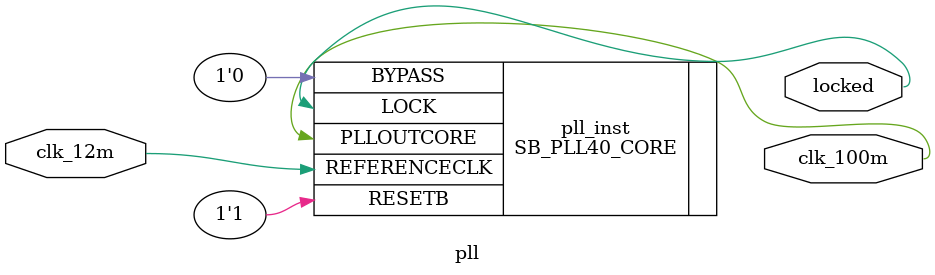
<source format=v>

module pll (
    input  wire clk_12m,      // 12 MHz input clock
    output wire clk_100m,     // 100 MHz output clock
    output wire locked        // PLL lock indicator
);

    SB_PLL40_CORE #(
        .FEEDBACK_PATH("SIMPLE"),
        .DIVR(4'b0000),        // DIVR = 0
        .DIVF(7'b1000010),     // DIVF = 66
        .DIVQ(3'b011),         // DIVQ = 3
        .FILTER_RANGE(3'b001)  // Filter range for 12 MHz input
    ) pll_inst (
        .REFERENCECLK(clk_12m),
        .PLLOUTCORE(clk_100m),
        .LOCK(locked),
        .RESETB(1'b1),
        .BYPASS(1'b0)
    );

endmodule

</source>
